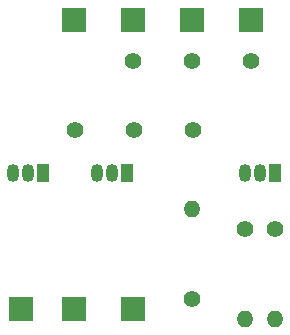
<source format=gbr>
%TF.GenerationSoftware,KiCad,Pcbnew,8.0.6*%
%TF.CreationDate,2024-11-17T22:59:03-03:00*%
%TF.ProjectId,canon+GH4,63616e6f-6e2b-4474-9834-2e6b69636164,V1.0*%
%TF.SameCoordinates,Original*%
%TF.FileFunction,Soldermask,Bot*%
%TF.FilePolarity,Negative*%
%FSLAX46Y46*%
G04 Gerber Fmt 4.6, Leading zero omitted, Abs format (unit mm)*
G04 Created by KiCad (PCBNEW 8.0.6) date 2024-11-17 22:59:03*
%MOMM*%
%LPD*%
G01*
G04 APERTURE LIST*
G04 Aperture macros list*
%AMHorizOval*
0 Thick line with rounded ends*
0 $1 width*
0 $2 $3 position (X,Y) of the first rounded end (center of the circle)*
0 $4 $5 position (X,Y) of the second rounded end (center of the circle)*
0 Add line between two ends*
20,1,$1,$2,$3,$4,$5,0*
0 Add two circle primitives to create the rounded ends*
1,1,$1,$2,$3*
1,1,$1,$4,$5*%
G04 Aperture macros list end*
%ADD10R,2.000000X2.000000*%
%ADD11C,1.400000*%
%ADD12HorizOval,1.400000X0.000000X0.000000X0.000000X0.000000X0*%
%ADD13R,1.050000X1.500000*%
%ADD14O,1.050000X1.500000*%
%ADD15O,1.400000X1.400000*%
G04 APERTURE END LIST*
D10*
%TO.C,TP6*%
X96000000Y-47310000D03*
%TD*%
D11*
%TO.C,R2*%
X96000000Y-50810000D03*
D12*
X91101960Y-56647258D03*
%TD*%
D13*
%TO.C,Q2*%
X88404171Y-60304466D03*
D14*
X87134171Y-60304466D03*
X85864171Y-60304466D03*
%TD*%
D11*
%TO.C,R6*%
X101000000Y-70929999D03*
D15*
X101000000Y-63310000D03*
%TD*%
D13*
%TO.C,Q1*%
X95500000Y-60310000D03*
D14*
X94230000Y-60310000D03*
X92960000Y-60310000D03*
%TD*%
D10*
%TO.C,TP5*%
X101000000Y-47310000D03*
%TD*%
%TO.C,TP1*%
X86500000Y-71810000D03*
%TD*%
%TO.C,TP2*%
X96000000Y-71810000D03*
%TD*%
D13*
%TO.C,Q3*%
X108000000Y-60310000D03*
D14*
X106730000Y-60310000D03*
X105460000Y-60310000D03*
%TD*%
D11*
%TO.C,R3*%
X106000000Y-50810000D03*
D12*
X101101959Y-56647259D03*
%TD*%
D11*
%TO.C,R1*%
X101000000Y-50810000D03*
D12*
X96101958Y-56647260D03*
%TD*%
D10*
%TO.C,TP3*%
X91000000Y-71810000D03*
%TD*%
%TO.C,TP7*%
X106000000Y-47310000D03*
%TD*%
%TO.C,TP4*%
X91000000Y-47310000D03*
%TD*%
D11*
%TO.C,R4*%
X108000000Y-65000000D03*
D15*
X108000000Y-72620000D03*
%TD*%
D11*
%TO.C,R5*%
X105500000Y-65000000D03*
D15*
X105500000Y-72620000D03*
%TD*%
M02*

</source>
